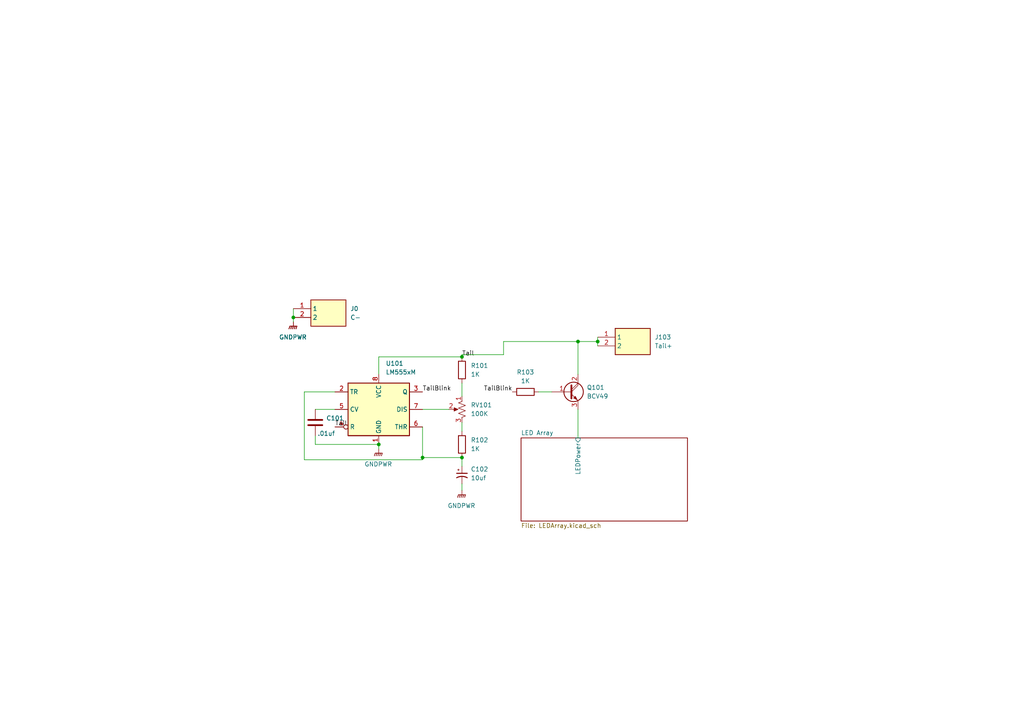
<source format=kicad_sch>
(kicad_sch (version 20211123) (generator eeschema)
  (paper "A4")
  (lib_symbols
    (symbol "19705-4303_1"
      (property "Reference" "J?" (at 16.51 7.62 0))
      (property "Value" "19705-4303_1" (at 16.51 5.08 0))
      (symbol "19705-4303_1_1_1"
        (rectangle (start 5.08 2.54) (end 15.24 -5.08) (stroke (width 0.254)) (fill (type background)))
        (pin passive line (at 0 0 0) (length 5.08) (name "1") (number "1"))
        (pin passive line (at 0 -2.54 0) (length 5.08) (name "2") (number "2"))
      )
    )
    (symbol "Device:C" (pin_numbers hide) (pin_names (offset 0.254))
      (property "Reference" "C" (at 0.635 2.54 0))
      (property "Value" "C" (at 0.635 -2.54 0))
      (symbol "C_0_1"
        (polyline (pts (xy -2.032 -0.762) (xy 2.032 -0.762)) (stroke (width 0.508)))
        (polyline (pts (xy -2.032 0.762) (xy 2.032 0.762)) (stroke (width 0.508)))
      )
      (symbol "C_1_1"
        (pin passive line (at 0 3.81 270) (length 2.794) (name "~") (number "1"))
        (pin passive line (at 0 -3.81 90) (length 2.794) (name "~") (number "2"))
      )
    )
    (symbol "Device:C_Polarized_Small_US" (pin_numbers hide) (pin_names (offset 0.254) hide)
      (property "Reference" "C" (at 0.254 1.778 0))
      (property "Value" "C_Polarized_Small_US" (at 0.254 -2.032 0))
      (symbol "C_Polarized_Small_US_0_1"
        (polyline (pts (xy -1.524 0.508) (xy 1.524 0.508)) (stroke (width 0.3048)))
        (polyline (pts (xy -1.27 1.524) (xy -0.762 1.524)))
        (polyline (pts (xy -1.016 1.27) (xy -1.016 1.778)))
        (arc (start 1.524 -0.762) (mid 0 -0.3734) (end -1.524 -0.762) (stroke (width 0.3048)))
      )
      (symbol "C_Polarized_Small_US_1_1"
        (pin passive line (at 0 2.54 270) (length 2.032) (name "~") (number "1"))
        (pin passive line (at 0 -2.54 90) (length 2.032) (name "~") (number "2"))
      )
    )
    (symbol "Device:R" (pin_numbers hide) (pin_names (offset 0))
      (property "Reference" "R" (at 2.032 0 90))
      (property "Value" "R" (at 0 0 90))
      (symbol "R_0_1"
        (rectangle (start -1.016 -2.54) (end 1.016 2.54) (stroke (width 0.254)))
      )
      (symbol "R_1_1"
        (pin passive line (at 0 3.81 270) (length 1.27) (name "~") (number "1"))
        (pin passive line (at 0 -3.81 90) (length 1.27) (name "~") (number "2"))
      )
    )
    (symbol "Device:R_Potentiometer_US" (pin_names (offset 1.016) hide)
      (property "Reference" "RV" (at -4.445 0 90))
      (property "Value" "R_Potentiometer_US" (at -2.54 0 90))
      (symbol "R_Potentiometer_US_0_1"
        (polyline (pts (xy 0 -2.286) (xy 0 -2.54)))
        (polyline (pts (xy 0 2.54) (xy 0 2.286)))
        (polyline (pts (xy 2.54 0) (xy 1.524 0)))
        (polyline (pts (xy 1.143 0) (xy 2.286 0.508) (xy 2.286 -0.508) (xy 1.143 0)) (fill (type outline)))
        (polyline (pts (xy 0 -0.762) (xy 1.016 -1.143) (xy 0 -1.524) (xy -1.016 -1.905) (xy 0 -2.286)))
        (polyline (pts (xy 0 0.762) (xy 1.016 0.381) (xy 0 0) (xy -1.016 -0.381) (xy 0 -0.762)))
        (polyline (pts (xy 0 2.286) (xy 1.016 1.905) (xy 0 1.524) (xy -1.016 1.143) (xy 0 0.762)))
      )
      (symbol "R_Potentiometer_US_1_1"
        (pin passive line (at 0 3.81 270) (length 1.27) (name "1") (number "1"))
        (pin passive line (at 3.81 0 180) (length 1.27) (name "2") (number "2"))
        (pin passive line (at 0 -3.81 90) (length 1.27) (name "3") (number "3"))
      )
    )
    (symbol "SpadeLugs:19705-4303"
      (property "Value" "19705-4303" (at 0 0 0))
      (property "Reference_1" "J" (at 16.51 7.62 0))
      (property "Value_1" "19705-4303" (at 16.51 5.08 0))
      (symbol "19705-4303_1_1"
        (rectangle (start 5.08 2.54) (end 15.24 -5.08) (stroke (width 0.254)) (fill (type background)))
        (pin passive line (at 0 0 0) (length 5.08) (name "1") (number "1"))
        (pin passive line (at 0 -2.54 0) (length 5.08) (name "2") (number "2"))
      )
    )
    (symbol "Timer:LM555xM"
      (property "Reference" "U" (at -10.16 8.89 0))
      (property "Value" "LM555xM" (at 2.54 8.89 0))
      (symbol "LM555xM_0_0"
        (pin power_in line (at 0 -10.16 90) (length 2.54) (name "GND") (number "1"))
        (pin power_in line (at 0 10.16 270) (length 2.54) (name "VCC") (number "8"))
      )
      (symbol "LM555xM_0_1"
        (rectangle (start -8.89 -7.62) (end 8.89 7.62) (stroke (width 0.254)) (fill (type background)))
        (rectangle (start -8.89 -7.62) (end 8.89 7.62) (stroke (width 0.254)) (fill (type background)))
      )
      (symbol "LM555xM_1_1"
        (pin input line (at -12.7 5.08 0) (length 3.81) (name "TR") (number "2"))
        (pin output line (at 12.7 5.08 180) (length 3.81) (name "Q") (number "3"))
        (pin input inverted (at -12.7 -5.08 0) (length 3.81) (name "R") (number "4"))
        (pin input line (at -12.7 0 0) (length 3.81) (name "CV") (number "5"))
        (pin input line (at 12.7 -5.08 180) (length 3.81) (name "THR") (number "6"))
        (pin input line (at 12.7 0 180) (length 3.81) (name "DIS") (number "7"))
      )
    )
    (symbol "Transistor_BJT:BCV49" (pin_names (offset 0) hide)
      (property "Reference" "Q" (at 4.572 1.27 0))
      (property "Value" "BCV49" (at 4.572 -1.27 0))
      (symbol "BCV49_0_1"
        (polyline (pts (xy 0.635 0.635) (xy 2.54 2.54)))
        (polyline (pts (xy 0.635 -0.635) (xy 2.54 -2.54) (xy 2.54 -2.54)))
        (polyline (pts (xy 0.635 0) (xy 2.54 1.905) (xy 2.54 2.54)))
        (polyline (pts (xy 0.635 1.905) (xy 0.635 -1.905) (xy 0.635 -1.905)) (stroke (width 0.508)))
        (polyline (pts (xy 1.27 -1.778) (xy 1.778 -1.27) (xy 2.286 -2.286) (xy 1.27 -1.778) (xy 1.27 -1.778)) (fill (type outline)))
        (circle (center 1.27 0) (radius 2.8194) (stroke (width 0.254)))
      )
      (symbol "BCV49_1_1"
        (pin input line (at -5.08 0 0) (length 5.715) (name "B") (number "1"))
        (pin passive line (at 2.54 5.08 270) (length 2.54) (name "C") (number "2"))
        (pin passive line (at 2.54 -5.08 90) (length 2.54) (name "E") (number "3"))
      )
    )
    (symbol "power:GNDPWR" (power) (pin_names (offset 0))
      (property "Value" "GNDPWR" (at 0 -3.302 0))
      (symbol "GNDPWR_0_1"
        (polyline (pts (xy 0 -1.27) (xy 0 0)))
        (polyline (pts (xy -1.016 -1.27) (xy -1.27 -2.032) (xy -1.27 -2.032)) (stroke (width 0.2032)))
        (polyline (pts (xy -0.508 -1.27) (xy -0.762 -2.032) (xy -0.762 -2.032)) (stroke (width 0.2032)))
        (polyline (pts (xy 0 -1.27) (xy -0.254 -2.032) (xy -0.254 -2.032)) (stroke (width 0.2032)))
        (polyline (pts (xy 0.508 -1.27) (xy 0.254 -2.032) (xy 0.254 -2.032)) (stroke (width 0.2032)))
        (polyline (pts (xy 1.016 -1.27) (xy -1.016 -1.27) (xy -1.016 -1.27)) (stroke (width 0.2032)))
        (polyline (pts (xy 1.016 -1.27) (xy 0.762 -2.032) (xy 0.762 -2.032) (xy 0.762 -2.032)) (stroke (width 0.2032)))
      )
      (symbol "GNDPWR_1_1"
        (pin power_in line (at 0 0 270) (length 0) hide (name "GNDPWR") (number "1"))
      )
    )
  )
  (junction (at 173.355 99.06))
  (junction (at 133.985 132.715))
  (junction (at 133.985 103.505))
  (junction (at 85.09 92.075))
  (junction (at 109.855 128.905))
  (junction (at 167.64 99.06))
  (junction (at 122.555 132.715))
  (wire (pts (xy 173.355 97.79) (xy 173.355 99.06)))
  (wire (pts (xy 91.44 128.905) (xy 91.44 126.365)))
  (wire (pts (xy 146.05 99.06) (xy 167.64 99.06)))
  (wire (pts (xy 167.64 118.745) (xy 167.64 127)))
  (wire (pts (xy 91.44 118.745) (xy 97.155 118.745)))
  (wire (pts (xy 133.985 132.715) (xy 133.985 135.255)))
  (wire (pts (xy 146.05 102.87) (xy 133.985 102.87)))
  (wire (pts (xy 156.21 113.665) (xy 160.02 113.665)))
  (wire (pts (xy 133.985 111.125) (xy 133.985 114.935)))
  (wire (pts (xy 85.09 89.535) (xy 85.09 92.075)))
  (wire (pts (xy 173.355 99.06) (xy 173.355 100.33)))
  (wire (pts (xy 146.05 99.06) (xy 146.05 102.87)))
  (wire (pts (xy 122.555 132.715) (xy 122.555 133.35)))
  (wire (pts (xy 109.855 103.505) (xy 133.985 103.505)))
  (wire (pts (xy 88.265 133.35) (xy 122.555 133.35)))
  (wire (pts (xy 167.64 99.06) (xy 167.64 108.585)))
  (wire (pts (xy 97.155 113.665) (xy 88.265 113.665)))
  (wire (pts (xy 109.855 128.905) (xy 91.44 128.905)))
  (wire (pts (xy 109.855 108.585) (xy 109.855 103.505)))
  (wire (pts (xy 167.64 99.06) (xy 173.355 99.06)))
  (wire (pts (xy 88.265 113.665) (xy 88.265 133.35)))
  (wire (pts (xy 133.985 122.555) (xy 133.985 125.095)))
  (wire (pts (xy 85.09 92.075) (xy 85.09 93.345)))
  (wire (pts (xy 122.555 132.715) (xy 133.985 132.715)))
  (wire (pts (xy 122.555 123.825) (xy 122.555 132.715)))
  (wire (pts (xy 109.855 128.905) (xy 109.855 130.175)))
  (wire (pts (xy 122.555 118.745) (xy 130.175 118.745)))
  (wire (pts (xy 133.985 102.87) (xy 133.985 103.505)))
  (wire (pts (xy 133.985 140.335) (xy 133.985 142.24)))
  (label "TailBlink" (at 122.555 113.665 0))
  (label "Tail" (at 97.155 123.825 0))
  (label "TailBlink" (at 148.59 113.665 180))
  (label "Tail" (at 133.985 103.505 0))
  (symbol (lib_id "power:GNDPWR") (at 85.09 93.345 0) (unit 1)
    (property "Reference" "#PWR0101" (effects hide))
    (property "Value" "GNDPWR" (at 84.963 97.79 0))
  )
  (symbol (lib_id "Device:R") (at 133.985 128.905 0) (unit 1)
    (property "Reference" "R102" (at 136.525 127.6349 0) (effects (justify left)))
    (property "Value" "1K" (at 136.525 130.1749 0) (effects (justify left)))
    (property "Footprint" "Resistor_SMD:R_0603_1608Metric" (effects hide))
    (property "Mouser Part Number" "603-RC0603JR-101KL" (effects hide))
  )
  (symbol (lib_id "Device:C_Polarized_Small_US") (at 133.985 137.795 0) (unit 1)
    (property "Reference" "C102" (at 136.525 136.0931 0) (effects (justify left)))
    (property "Value" "10uf" (at 136.525 138.6331 0) (effects (justify left)))
    (property "Footprint" "Capacitor_SMD:C_1206_3216Metric" (effects hide))
    (property "Mouser Part Number" "581-TAJA106M016SNJ" (effects hide))
  )
  (symbol (lib_id "Device:R_Potentiometer_US") (at 133.985 118.745 0) (mirror y) (unit 1)
    (property "Reference" "RV101" (at 136.525 117.4749 0) (effects (justify right)))
    (property "Value" "100K" (at 136.525 120.0149 0) (effects (justify right)))
    (property "Footprint" "BournsPVG3A:PVG3A103C01R00" (effects hide))
    (property "Mouser Part Number" "81-PVG3A104C01R00" (effects hide))
  )
  (symbol (lib_id "Timer:LM555xM") (at 109.855 118.745 0) (unit 1)
    (property "Reference" "U101" (at 111.8744 105.41 0) (effects (justify left)))
    (property "Value" "LM555xM" (at 111.8744 107.95 0) (effects (justify left)))
    (property "Footprint" "Package_SO:SOIC-8_3.9x4.9mm_P1.27mm" (effects hide))
    (property "Datasheet" "http://www.ti.com/lit/ds/symlink/lm555.pdf" (effects hide))
  )
  (symbol (lib_id "power:GNDPWR") (at 133.985 142.24 0) (unit 1)
    (property "Reference" "#PWR0104" (effects hide))
    (property "Value" "GNDPWR" (at 133.858 146.685 0))
  )
  (symbol (lib_id "Device:R") (at 152.4 113.665 90) (unit 1)
    (property "Reference" "R103" (at 152.4 107.95 90))
    (property "Value" "1K" (at 152.4 110.49 90))
    (property "Footprint" "Resistor_SMD:R_0603_1608Metric" (effects hide))
    (property "Mouser Part Number" "603-RC0603JR-101KL" (effects hide))
  )
  (symbol (lib_id "Device:R") (at 133.985 107.315 0) (unit 1)
    (property "Reference" "R101" (at 136.525 106.0449 0) (effects (justify left)))
    (property "Value" "1K" (at 136.525 108.5849 0) (effects (justify left)))
    (property "Footprint" "Resistor_SMD:R_0603_1608Metric" (effects hide))
    (property "Mouser Part Number" "603-RC0603JR-101KL" (effects hide))
  )
  (symbol (lib_name "19705-4303_1") (lib_id "SpadeLugs:19705-4303") (at 173.355 97.79 0) (unit 1)
    (property "Reference" "J103" (at 189.865 97.7899 0) (effects (justify left)))
    (property "Value" "Tail+" (at 189.865 100.3299 0) (effects (justify left)))
    (property "Footprint" "SpadeLugs:197054303" (effects hide))
    (property "Datasheet" "https://www.molex.com/pdm_docs/sd/197054303_sd.pdf" (effects hide))
    (property "Height" "10.29" (effects hide))
    (property "Mouser Part Number" "538-19705-4303" (effects hide))
    (property "Mouser Price/Stock" "https://www.mouser.co.uk/ProductDetail/Molex/19705-4303?qs=wUVoC1r15A95qxZWcZMf%252Bw%3D%3D" (effects hide))
    (property "Manufacturer_Name" "Molex" (effects hide))
    (property "Manufacturer_Part_Number" "19705-4303" (effects hide))
  )
  (symbol (lib_id "SpadeLugs:19705-4303") (at 85.09 89.535 0) (unit 1)
    (property "Reference" "J0" (at 101.6 89.5349 0) (effects (justify left)))
    (property "Value" "C-" (at 101.6 92.0749 0) (effects (justify left)))
    (property "Footprint" "SpadeLugs:197054303" (effects hide))
    (property "Height" "10.29" (effects hide))
    (property "Mouser Part Number" "538-19705-4303" (effects hide))
    (property "Mouser Price/Stock" "https://www.mouser.co.uk/ProductDetail/Molex/19705-4303?qs=wUVoC1r15A95qxZWcZMf%252Bw%3D%3D" (effects hide))
    (property "Manufacturer_Name" "Molex" (effects hide))
    (property "Manufacturer_Part_Number" "19705-4303" (effects hide))
  )
  (symbol (lib_id "power:GNDPWR") (at 109.855 130.175 0) (unit 1)
    (property "Reference" "#PWR0103" (effects hide))
    (property "Value" "GNDPWR" (at 109.728 134.62 0))
  )
  (symbol (lib_id "Transistor_BJT:BCV49") (at 165.1 113.665 0) (unit 1)
    (property "Reference" "Q101" (at 170.18 112.3949 0) (effects (justify left)))
    (property "Value" "BCV49" (at 170.18 114.9349 0) (effects (justify left)))
    (property "Footprint" "Package_TO_SOT_SMD:SOT-89-3" (effects hide))
    (property "Datasheet" "https://assets.nexperia.com/documents/data-sheet/BCV29_49.pdf" (effects hide))
  )
  (symbol (lib_id "Device:C") (at 91.44 122.555 0) (unit 1)
    (property "Reference" "C101" (at 94.615 121.2849 0) (effects (justify left)))
    (property "Value" ".01uf" (at 92.075 125.73 0) (effects (justify left)))
    (property "Footprint" "Capacitor_SMD:C_0402_1005Metric" (effects hide))
    (property "Mouser Part Number" "603-CC402MRX7R6BB103" (effects hide))
  )
  (symbol (lib_id "power:GNDPWR") (at 85.09 93.345 0) (unit 1)
    (property "Reference" "#PWR0102" (effects hide))
    (property "Value" "GNDPWR" (at 84.963 97.79 0))
  )
  (sheet (at 151.13 127) (size 48.26 24.13) (stroke (width 0.1524))
    (property "Sheet name" "LED Array" (at 151.13 126.2884 0) (effects (justify left bottom)))
    (property "Sheet file" "LEDArray.kicad_sch" (at 151.13 151.7146 0) (effects (justify left top)))
    (pin "LEDPower" input (at 167.64 127 90))
  )
)
</source>
